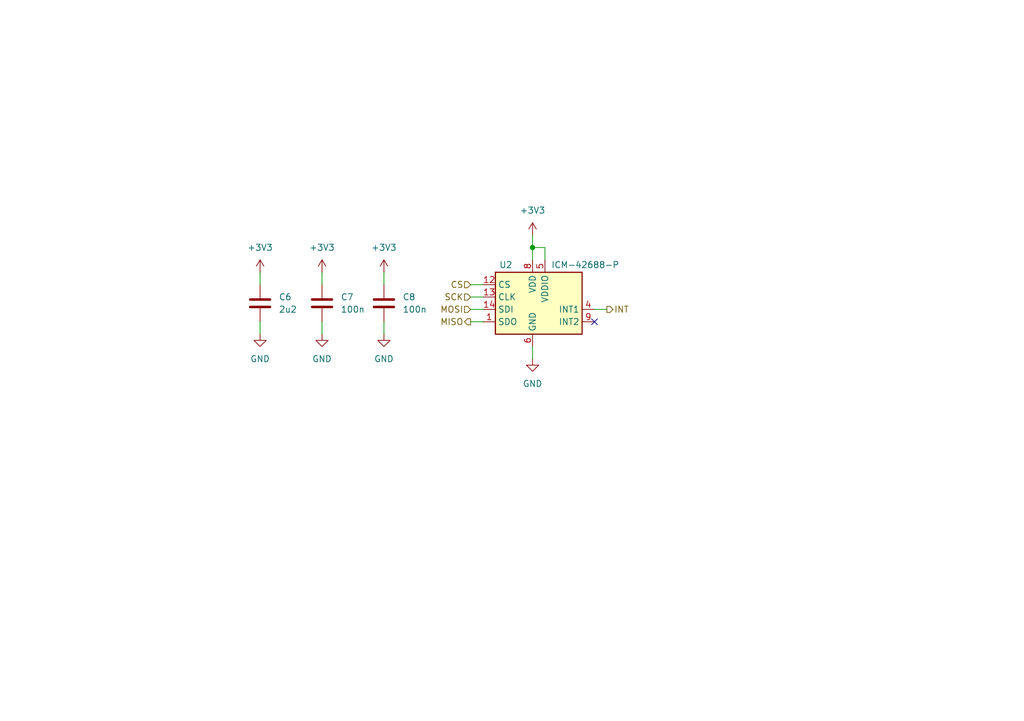
<source format=kicad_sch>
(kicad_sch (version 20231120) (generator "eeschema") (generator_version "8.0")
  (paper "A5")
  (lib_symbols
    (symbol "Device:C" (pin_numbers hide) (pin_names (offset 0.254))
      (property "Reference" "C" (at 0.635 2.54 0))
      (property "Value" "C" (at 0.635 -2.54 0))
      (symbol "C_0_1"
        (polyline (pts (xy -2.032 -0.762) (xy 2.032 -0.762)) (stroke (width 0.508)))
        (polyline (pts (xy -2.032 0.762) (xy 2.032 0.762)) (stroke (width 0.508)))
      )
      (symbol "C_1_1"
        (pin passive line (at 0 3.81 270) (length 2.794) (name "~") (number "1"))
        (pin passive line (at 0 -3.81 90) (length 2.794) (name "~") (number "2"))
      )
    )
    (symbol "Symbols:ICM-42688-P"
      (property "Reference" "U" (at 1.524 1.27 0))
      (property "Value" "ICM-42688-P" (at 18.034 1.27 0))
      (symbol "ICM-42688-P_0_1"
        (rectangle (start 0 0) (end 17.78 -12.7) (stroke (width 0.254)) (fill (type background)))
      )
      (symbol "ICM-42688-P_1_1"
        (pin output line (at -2.54 -10.16 0) (length 2.54) (name "SDO") (number "1"))
        (pin no_connect line (at 20.32 -3.81 180) (length 2.54) hide (name "RESV") (number "10"))
        (pin passive line (at 7.62 -15.24 90) (length 2.54) hide (name "RESV") (number "11"))
        (pin input line (at -2.54 -2.54 0) (length 2.54) (name "CS") (number "12"))
        (pin input line (at -2.54 -5.08 0) (length 2.54) (name "CLK") (number "13"))
        (pin input line (at -2.54 -7.62 0) (length 2.54) (name "SDI") (number "14"))
        (pin no_connect line (at 20.32 -1.27 180) (length 2.54) hide (name "RESV") (number "2"))
        (pin no_connect line (at 20.32 -2.54 180) (length 2.54) hide (name "RESV") (number "3"))
        (pin output line (at 20.32 -7.62 180) (length 2.54) (name "INT1") (number "4"))
        (pin power_in line (at 10.16 2.54 270) (length 2.54) (name "VDDIO") (number "5"))
        (pin power_in line (at 7.62 -15.24 90) (length 2.54) (name "GND") (number "6"))
        (pin passive line (at 7.62 -15.24 90) (length 2.54) hide (name "RESV") (number "7"))
        (pin power_in line (at 7.62 2.54 270) (length 2.54) (name "VDD") (number "8"))
        (pin output line (at 20.32 -10.16 180) (length 2.54) (name "INT2") (number "9"))
      )
    )
    (symbol "power:+3V3" (power) (pin_numbers hide) (pin_names (offset 0) hide)
      (property "Value" "+3V3" (at 0 3.556 0))
      (symbol "+3V3_0_1"
        (polyline (pts (xy -0.762 1.27) (xy 0 2.54)))
        (polyline (pts (xy 0 0) (xy 0 2.54)))
        (polyline (pts (xy 0 2.54) (xy 0.762 1.27)))
      )
      (symbol "+3V3_1_1"
        (pin power_in line (at 0 0 90) (length 0) (name "~") (number "1"))
      )
    )
    (symbol "power:GND" (power) (pin_numbers hide) (pin_names (offset 0) hide)
      (property "Value" "GND" (at 0 -3.81 0))
      (symbol "GND_0_1"
        (polyline (pts (xy 0 0) (xy 0 -1.27) (xy 1.27 -1.27) (xy 0 -2.54) (xy -1.27 -1.27) (xy 0 -1.27)))
      )
      (symbol "GND_1_1"
        (pin power_in line (at 0 0 270) (length 0) (name "~") (number "1"))
      )
    )
  )
  (junction (at 109.22 50.8))
  (no_connect (at 121.92 66.04))
  (wire (pts (xy 109.22 71.12) (xy 109.22 73.66)))
  (wire (pts (xy 78.74 55.88) (xy 78.74 58.42)))
  (wire (pts (xy 109.22 50.8) (xy 111.76 50.8)))
  (wire (pts (xy 109.22 48.26) (xy 109.22 50.8)))
  (wire (pts (xy 111.76 50.8) (xy 111.76 53.34)))
  (wire (pts (xy 109.22 50.8) (xy 109.22 53.34)))
  (wire (pts (xy 53.34 55.88) (xy 53.34 58.42)))
  (wire (pts (xy 96.52 63.5) (xy 99.06 63.5)))
  (wire (pts (xy 96.52 58.42) (xy 99.06 58.42)))
  (wire (pts (xy 96.52 66.04) (xy 99.06 66.04)))
  (wire (pts (xy 96.52 60.96) (xy 99.06 60.96)))
  (wire (pts (xy 121.92 63.5) (xy 124.46 63.5)))
  (wire (pts (xy 66.04 66.04) (xy 66.04 68.58)))
  (wire (pts (xy 78.74 66.04) (xy 78.74 68.58)))
  (wire (pts (xy 66.04 55.88) (xy 66.04 58.42)))
  (wire (pts (xy 53.34 66.04) (xy 53.34 68.58)))
  (hierarchical_label "SCK" (shape input) (at 96.52 60.96 180))
  (hierarchical_label "CS" (shape input) (at 96.52 58.42 180))
  (hierarchical_label "MISO" (shape output) (at 96.52 66.04 180))
  (hierarchical_label "MOSI" (shape input) (at 96.52 63.5 180))
  (hierarchical_label "INT" (shape output) (at 124.46 63.5 0))
  (symbol (lib_id "power:GND") (at 78.74 68.58 0) (unit 1)
    (property "Reference" "#PWR034" (effects (hide yes)))
    (property "Value" "GND" (at 78.74 73.66 0))
    (property "Description" "Power symbol creates a global label with name \"GND\" , ground" (effects (hide yes)))
  )
  (symbol (lib_id "power:GND") (at 109.22 73.66 0) (unit 1)
    (property "Reference" "#PWR036" (effects (hide yes)))
    (property "Value" "GND" (at 109.22 78.74 0))
    (property "Description" "Power symbol creates a global label with name \"GND\" , ground" (effects (hide yes)))
  )
  (symbol (lib_id "power:+3V3") (at 78.74 55.88 0) (unit 1)
    (property "Reference" "#PWR033" (effects (hide yes)))
    (property "Value" "+3V3" (at 78.74 50.8 0))
    (property "Description" "Power symbol creates a global label with name \"+3V3\"" (effects (hide yes)))
  )
  (symbol (lib_id "power:GND") (at 53.34 68.58 0) (unit 1)
    (property "Reference" "#PWR030" (effects (hide yes)))
    (property "Value" "GND" (at 53.34 73.66 0))
    (property "Description" "Power symbol creates a global label with name \"GND\" , ground" (effects (hide yes)))
  )
  (symbol (lib_id "power:+3V3") (at 53.34 55.88 0) (unit 1)
    (property "Reference" "#PWR029" (effects (hide yes)))
    (property "Value" "+3V3" (at 53.34 50.8 0))
    (property "Description" "Power symbol creates a global label with name \"+3V3\"" (effects (hide yes)))
  )
  (symbol (lib_id "power:+3V3") (at 109.22 48.26 0) (unit 1)
    (property "Reference" "#PWR035" (effects (hide yes)))
    (property "Value" "+3V3" (at 109.22 43.18 0))
    (property "Description" "Power symbol creates a global label with name \"+3V3\"" (effects (hide yes)))
  )
  (symbol (lib_id "Device:C") (at 66.04 62.23 0) (unit 1)
    (property "Reference" "C7" (at 69.85 60.9599 0) (effects (justify left)))
    (property "Value" "100n" (at 69.85 63.4999 0) (effects (justify left)))
    (property "Footprint" "Capacitor_SMD:C_0402_1005Metric" (effects (hide yes)))
    (property "Description" "Unpolarized capacitor" (effects (hide yes)))
    (property "LCSC" "C1525" (effects (hide yes)))
  )
  (symbol (lib_id "power:+3V3") (at 66.04 55.88 0) (unit 1)
    (property "Reference" "#PWR031" (effects (hide yes)))
    (property "Value" "+3V3" (at 66.04 50.8 0))
    (property "Description" "Power symbol creates a global label with name \"+3V3\"" (effects (hide yes)))
  )
  (symbol (lib_id "Device:C") (at 78.74 62.23 0) (unit 1)
    (property "Reference" "C8" (at 82.55 60.9599 0) (effects (justify left)))
    (property "Value" "100n" (at 82.55 63.4999 0) (effects (justify left)))
    (property "Footprint" "Capacitor_SMD:C_0402_1005Metric" (effects (hide yes)))
    (property "Description" "Unpolarized capacitor" (effects (hide yes)))
    (property "LCSC" "C1525" (effects (hide yes)))
  )
  (symbol (lib_id "Device:C") (at 53.34 62.23 0) (unit 1)
    (property "Reference" "C6" (at 57.15 60.9599 0) (effects (justify left)))
    (property "Value" "2u2" (at 57.15 63.4999 0) (effects (justify left)))
    (property "Footprint" "Capacitor_SMD:C_0402_1005Metric" (effects (hide yes)))
    (property "Description" "Unpolarized capacitor" (effects (hide yes)))
    (property "LCSC" "C12530" (effects (hide yes)))
  )
  (symbol (lib_id "Symbols:ICM-42688-P") (at 101.6 55.88 0) (unit 1)
    (property "Reference" "U2" (at 102.362 54.356 0) (effects (justify left)))
    (property "Value" "ICM-42688-P" (at 113.03 54.356 0) (effects (justify left)))
    (property "Footprint" "Package_LGA:LGA-14_3x2.5mm_P0.5mm_LayoutBorder3x4y" (effects (hide yes)))
    (property "Datasheet" "https://wmsc.lcsc.com/wmsc/upload/file/pdf/v2/lcsc/2108030230_TDK-InvenSense-ICM-42688-P_C1850418.pdf" (effects (hide yes)))
    (property "Description" "IMU Gyroscope" (effects (hide yes)))
  )
  (symbol (lib_id "power:GND") (at 66.04 68.58 0) (unit 1)
    (property "Reference" "#PWR032" (effects (hide yes)))
    (property "Value" "GND" (at 66.04 73.66 0))
    (property "Description" "Power symbol creates a global label with name \"GND\" , ground" (effects (hide yes)))
  )
)
</source>
